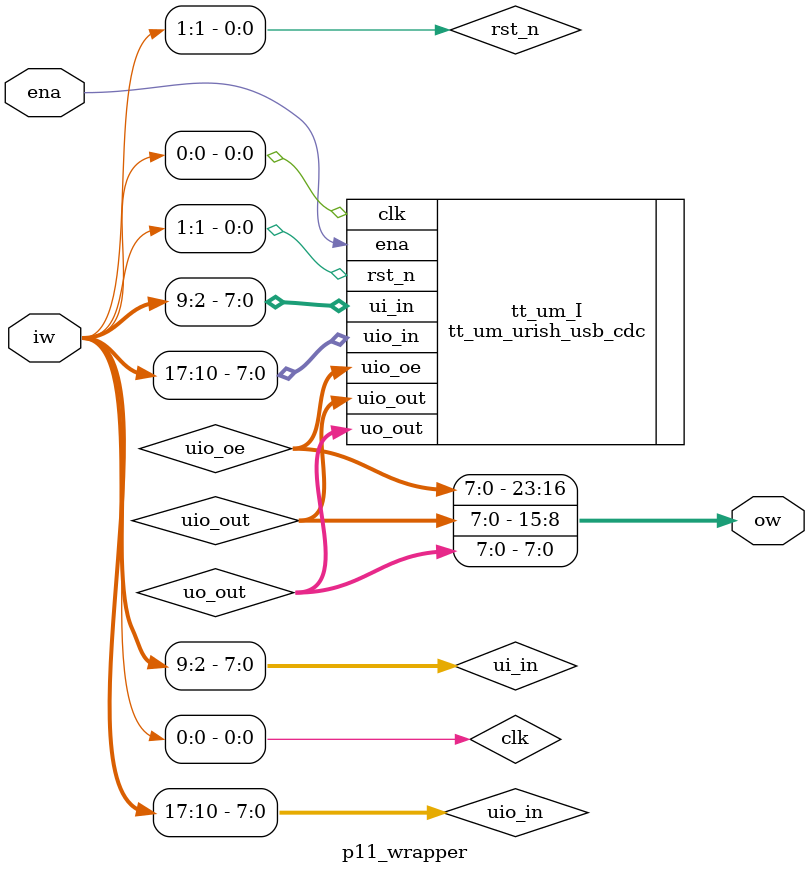
<source format=v>
`default_nettype none

module p11_wrapper (
  input wire ena,
  input wire [17:0] iw,
  output wire [23:0] ow
);

wire [7:0] uio_in;
wire [7:0] uio_out;
wire [7:0] uio_oe;
wire [7:0] uo_out;
wire [7:0] ui_in;
wire clk;
wire rst_n;

assign { uio_in, ui_in, rst_n, clk} = iw;
assign ow = { uio_oe, uio_out, uo_out };

tt_um_urish_usb_cdc tt_um_I (
  .uio_in  (uio_in),
  .uio_out (uio_out),
  .uio_oe  (uio_oe),
  .uo_out  (uo_out),
  .ui_in   (ui_in),
  .ena     (ena),
  .clk     (clk),
  .rst_n   (rst_n)
);

endmodule

</source>
